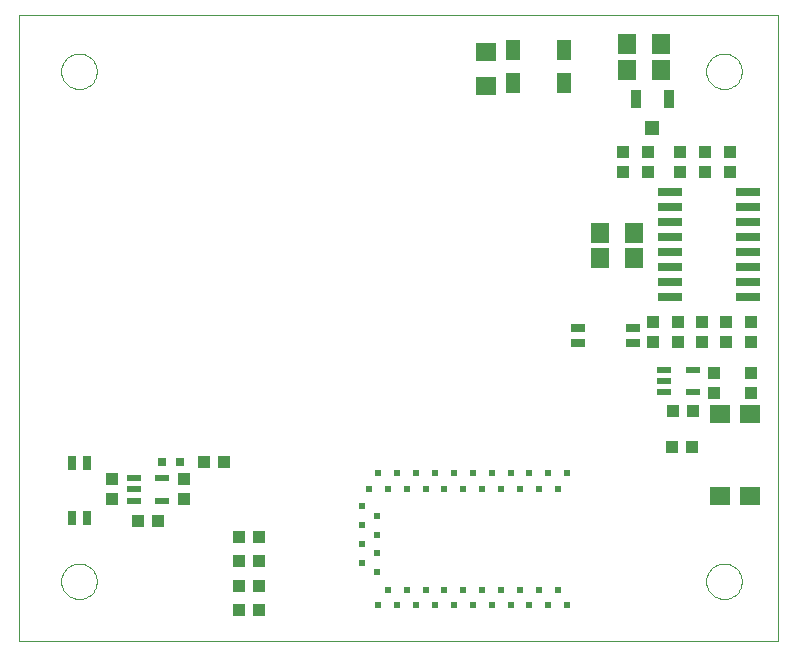
<source format=gtp>
G75*
G70*
%OFA0B0*%
%FSLAX24Y24*%
%IPPOS*%
%LPD*%
%AMOC8*
5,1,8,0,0,1.08239X$1,22.5*
%
%ADD10C,0.0000*%
%ADD11R,0.0236X0.0236*%
%ADD12R,0.0394X0.0433*%
%ADD13R,0.0433X0.0394*%
%ADD14R,0.0701X0.0610*%
%ADD15R,0.0800X0.0260*%
%ADD16R,0.0630X0.0710*%
%ADD17R,0.0500X0.0250*%
%ADD18R,0.0250X0.0500*%
%ADD19R,0.0315X0.0315*%
%ADD20R,0.0500X0.0220*%
%ADD21R,0.0710X0.0630*%
%ADD22R,0.0354X0.0630*%
%ADD23R,0.0512X0.0512*%
%ADD24R,0.0472X0.0709*%
D10*
X000140Y000290D02*
X000140Y021156D01*
X000140Y021165D02*
X025443Y021165D01*
X025443Y021156D02*
X025443Y000290D01*
X000140Y000290D01*
X001549Y002290D02*
X001551Y002338D01*
X001557Y002386D01*
X001567Y002433D01*
X001580Y002479D01*
X001598Y002524D01*
X001618Y002568D01*
X001643Y002610D01*
X001671Y002649D01*
X001701Y002686D01*
X001735Y002720D01*
X001772Y002752D01*
X001810Y002781D01*
X001851Y002806D01*
X001894Y002828D01*
X001939Y002846D01*
X001985Y002860D01*
X002032Y002871D01*
X002080Y002878D01*
X002128Y002881D01*
X002176Y002880D01*
X002224Y002875D01*
X002272Y002866D01*
X002318Y002854D01*
X002363Y002837D01*
X002407Y002817D01*
X002449Y002794D01*
X002489Y002767D01*
X002527Y002737D01*
X002562Y002704D01*
X002594Y002668D01*
X002624Y002630D01*
X002650Y002589D01*
X002672Y002546D01*
X002692Y002502D01*
X002707Y002457D01*
X002719Y002410D01*
X002727Y002362D01*
X002731Y002314D01*
X002731Y002266D01*
X002727Y002218D01*
X002719Y002170D01*
X002707Y002123D01*
X002692Y002078D01*
X002672Y002034D01*
X002650Y001991D01*
X002624Y001950D01*
X002594Y001912D01*
X002562Y001876D01*
X002527Y001843D01*
X002489Y001813D01*
X002449Y001786D01*
X002407Y001763D01*
X002363Y001743D01*
X002318Y001726D01*
X002272Y001714D01*
X002224Y001705D01*
X002176Y001700D01*
X002128Y001699D01*
X002080Y001702D01*
X002032Y001709D01*
X001985Y001720D01*
X001939Y001734D01*
X001894Y001752D01*
X001851Y001774D01*
X001810Y001799D01*
X001772Y001828D01*
X001735Y001860D01*
X001701Y001894D01*
X001671Y001931D01*
X001643Y001970D01*
X001618Y002012D01*
X001598Y002056D01*
X001580Y002101D01*
X001567Y002147D01*
X001557Y002194D01*
X001551Y002242D01*
X001549Y002290D01*
X001549Y019290D02*
X001551Y019338D01*
X001557Y019386D01*
X001567Y019433D01*
X001580Y019479D01*
X001598Y019524D01*
X001618Y019568D01*
X001643Y019610D01*
X001671Y019649D01*
X001701Y019686D01*
X001735Y019720D01*
X001772Y019752D01*
X001810Y019781D01*
X001851Y019806D01*
X001894Y019828D01*
X001939Y019846D01*
X001985Y019860D01*
X002032Y019871D01*
X002080Y019878D01*
X002128Y019881D01*
X002176Y019880D01*
X002224Y019875D01*
X002272Y019866D01*
X002318Y019854D01*
X002363Y019837D01*
X002407Y019817D01*
X002449Y019794D01*
X002489Y019767D01*
X002527Y019737D01*
X002562Y019704D01*
X002594Y019668D01*
X002624Y019630D01*
X002650Y019589D01*
X002672Y019546D01*
X002692Y019502D01*
X002707Y019457D01*
X002719Y019410D01*
X002727Y019362D01*
X002731Y019314D01*
X002731Y019266D01*
X002727Y019218D01*
X002719Y019170D01*
X002707Y019123D01*
X002692Y019078D01*
X002672Y019034D01*
X002650Y018991D01*
X002624Y018950D01*
X002594Y018912D01*
X002562Y018876D01*
X002527Y018843D01*
X002489Y018813D01*
X002449Y018786D01*
X002407Y018763D01*
X002363Y018743D01*
X002318Y018726D01*
X002272Y018714D01*
X002224Y018705D01*
X002176Y018700D01*
X002128Y018699D01*
X002080Y018702D01*
X002032Y018709D01*
X001985Y018720D01*
X001939Y018734D01*
X001894Y018752D01*
X001851Y018774D01*
X001810Y018799D01*
X001772Y018828D01*
X001735Y018860D01*
X001701Y018894D01*
X001671Y018931D01*
X001643Y018970D01*
X001618Y019012D01*
X001598Y019056D01*
X001580Y019101D01*
X001567Y019147D01*
X001557Y019194D01*
X001551Y019242D01*
X001549Y019290D01*
X023049Y019290D02*
X023051Y019338D01*
X023057Y019386D01*
X023067Y019433D01*
X023080Y019479D01*
X023098Y019524D01*
X023118Y019568D01*
X023143Y019610D01*
X023171Y019649D01*
X023201Y019686D01*
X023235Y019720D01*
X023272Y019752D01*
X023310Y019781D01*
X023351Y019806D01*
X023394Y019828D01*
X023439Y019846D01*
X023485Y019860D01*
X023532Y019871D01*
X023580Y019878D01*
X023628Y019881D01*
X023676Y019880D01*
X023724Y019875D01*
X023772Y019866D01*
X023818Y019854D01*
X023863Y019837D01*
X023907Y019817D01*
X023949Y019794D01*
X023989Y019767D01*
X024027Y019737D01*
X024062Y019704D01*
X024094Y019668D01*
X024124Y019630D01*
X024150Y019589D01*
X024172Y019546D01*
X024192Y019502D01*
X024207Y019457D01*
X024219Y019410D01*
X024227Y019362D01*
X024231Y019314D01*
X024231Y019266D01*
X024227Y019218D01*
X024219Y019170D01*
X024207Y019123D01*
X024192Y019078D01*
X024172Y019034D01*
X024150Y018991D01*
X024124Y018950D01*
X024094Y018912D01*
X024062Y018876D01*
X024027Y018843D01*
X023989Y018813D01*
X023949Y018786D01*
X023907Y018763D01*
X023863Y018743D01*
X023818Y018726D01*
X023772Y018714D01*
X023724Y018705D01*
X023676Y018700D01*
X023628Y018699D01*
X023580Y018702D01*
X023532Y018709D01*
X023485Y018720D01*
X023439Y018734D01*
X023394Y018752D01*
X023351Y018774D01*
X023310Y018799D01*
X023272Y018828D01*
X023235Y018860D01*
X023201Y018894D01*
X023171Y018931D01*
X023143Y018970D01*
X023118Y019012D01*
X023098Y019056D01*
X023080Y019101D01*
X023067Y019147D01*
X023057Y019194D01*
X023051Y019242D01*
X023049Y019290D01*
X023049Y002290D02*
X023051Y002338D01*
X023057Y002386D01*
X023067Y002433D01*
X023080Y002479D01*
X023098Y002524D01*
X023118Y002568D01*
X023143Y002610D01*
X023171Y002649D01*
X023201Y002686D01*
X023235Y002720D01*
X023272Y002752D01*
X023310Y002781D01*
X023351Y002806D01*
X023394Y002828D01*
X023439Y002846D01*
X023485Y002860D01*
X023532Y002871D01*
X023580Y002878D01*
X023628Y002881D01*
X023676Y002880D01*
X023724Y002875D01*
X023772Y002866D01*
X023818Y002854D01*
X023863Y002837D01*
X023907Y002817D01*
X023949Y002794D01*
X023989Y002767D01*
X024027Y002737D01*
X024062Y002704D01*
X024094Y002668D01*
X024124Y002630D01*
X024150Y002589D01*
X024172Y002546D01*
X024192Y002502D01*
X024207Y002457D01*
X024219Y002410D01*
X024227Y002362D01*
X024231Y002314D01*
X024231Y002266D01*
X024227Y002218D01*
X024219Y002170D01*
X024207Y002123D01*
X024192Y002078D01*
X024172Y002034D01*
X024150Y001991D01*
X024124Y001950D01*
X024094Y001912D01*
X024062Y001876D01*
X024027Y001843D01*
X023989Y001813D01*
X023949Y001786D01*
X023907Y001763D01*
X023863Y001743D01*
X023818Y001726D01*
X023772Y001714D01*
X023724Y001705D01*
X023676Y001700D01*
X023628Y001699D01*
X023580Y001702D01*
X023532Y001709D01*
X023485Y001720D01*
X023439Y001734D01*
X023394Y001752D01*
X023351Y001774D01*
X023310Y001799D01*
X023272Y001828D01*
X023235Y001860D01*
X023201Y001894D01*
X023171Y001931D01*
X023143Y001970D01*
X023118Y002012D01*
X023098Y002056D01*
X023080Y002101D01*
X023067Y002147D01*
X023057Y002194D01*
X023051Y002242D01*
X023049Y002290D01*
D11*
X018417Y001485D03*
X018102Y001997D03*
X017472Y001997D03*
X017787Y001485D03*
X017157Y001485D03*
X016842Y001997D03*
X016212Y001997D03*
X015582Y001997D03*
X015897Y001485D03*
X016527Y001485D03*
X015267Y001485D03*
X014637Y001485D03*
X014322Y001997D03*
X014952Y001997D03*
X014007Y001485D03*
X013377Y001485D03*
X013062Y001997D03*
X013692Y001997D03*
X012747Y001485D03*
X012117Y001485D03*
X012432Y001997D03*
X012078Y002588D03*
X011566Y002903D03*
X012078Y003218D03*
X011566Y003533D03*
X012078Y003847D03*
X011566Y004162D03*
X012078Y004477D03*
X011566Y004792D03*
X011802Y005383D03*
X012117Y005895D03*
X012432Y005383D03*
X012747Y005895D03*
X013062Y005383D03*
X013377Y005895D03*
X013692Y005383D03*
X014007Y005895D03*
X014322Y005383D03*
X014637Y005895D03*
X014952Y005383D03*
X015267Y005895D03*
X015582Y005383D03*
X015897Y005895D03*
X016212Y005383D03*
X016527Y005895D03*
X016842Y005383D03*
X017157Y005895D03*
X017472Y005383D03*
X017787Y005895D03*
X018102Y005383D03*
X018417Y005895D03*
D12*
X021915Y006775D03*
X022585Y006775D03*
X023310Y008578D03*
X023310Y009247D03*
X023715Y010268D03*
X023715Y010937D03*
X022900Y010937D03*
X022900Y010268D03*
X022095Y010268D03*
X022095Y010937D03*
X021290Y010937D03*
X021290Y010268D03*
X022190Y015943D03*
X022190Y016612D03*
X020285Y016615D03*
X020285Y015945D03*
X006975Y006253D03*
X006305Y006253D03*
X005628Y005687D03*
X005628Y005018D03*
X007485Y003780D03*
X008155Y003780D03*
X008155Y002958D03*
X007485Y002958D03*
X007485Y002140D03*
X008155Y002140D03*
X008155Y001323D03*
X007485Y001323D03*
X003253Y005018D03*
X003253Y005687D03*
D13*
X004105Y004290D03*
X004775Y004290D03*
X021110Y015945D03*
X021110Y016615D03*
X023015Y016612D03*
X023833Y016612D03*
X023833Y015943D03*
X023015Y015943D03*
X024540Y010937D03*
X024540Y010268D03*
X024555Y009242D03*
X024555Y008573D03*
X022607Y007970D03*
X021938Y007970D03*
D14*
X023523Y007875D03*
X024523Y007875D03*
X024523Y005120D03*
X023523Y005120D03*
D15*
X024457Y011753D03*
X024457Y012253D03*
X024457Y012753D03*
X024457Y013253D03*
X024457Y013753D03*
X024457Y014253D03*
X024457Y014753D03*
X024457Y015253D03*
X021847Y015253D03*
X021847Y014753D03*
X021847Y014253D03*
X021847Y013753D03*
X021847Y013253D03*
X021847Y012753D03*
X021847Y012253D03*
X021847Y011753D03*
D16*
X020625Y013078D03*
X020625Y013915D03*
X019505Y013915D03*
X019505Y013078D03*
X020405Y019320D03*
X020405Y020195D03*
X021525Y020195D03*
X021525Y019320D03*
D17*
X020592Y010750D03*
X020592Y010250D03*
X018769Y010250D03*
X018769Y010750D03*
D18*
X002400Y006224D03*
X001900Y006224D03*
X001900Y004401D03*
X002400Y004401D03*
D19*
X004920Y006253D03*
X005510Y006253D03*
D20*
X004920Y005733D03*
X004920Y004973D03*
X003960Y004973D03*
X003960Y005353D03*
X003960Y005733D03*
X021648Y008585D03*
X021648Y008965D03*
X021648Y009345D03*
X022608Y009345D03*
X022608Y008585D03*
D21*
X015703Y018803D03*
X015703Y019922D03*
D22*
X020701Y018353D03*
X021804Y018353D03*
D23*
X021253Y017397D03*
D24*
X018306Y018890D03*
X018306Y019990D03*
X016613Y019990D03*
X016613Y018890D03*
M02*

</source>
